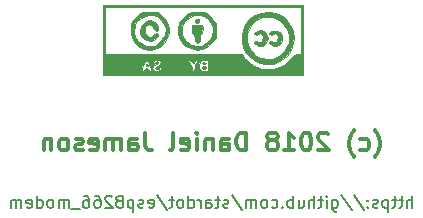
<source format=gbr>
G04 #@! TF.FileFunction,Legend,Bot*
%FSLAX46Y46*%
G04 Gerber Fmt 4.6, Leading zero omitted, Abs format (unit mm)*
G04 Created by KiCad (PCBNEW 4.0.7) date Wednesday, 25 July 2018 'PMt' 18:47:02*
%MOMM*%
%LPD*%
G01*
G04 APERTURE LIST*
%ADD10C,0.100000*%
%ADD11C,0.200000*%
%ADD12C,0.300000*%
%ADD13C,0.010000*%
G04 APERTURE END LIST*
D10*
D11*
X167598192Y-119578381D02*
X167598192Y-118578381D01*
X167169620Y-119578381D02*
X167169620Y-119054571D01*
X167217239Y-118959333D01*
X167312477Y-118911714D01*
X167455335Y-118911714D01*
X167550573Y-118959333D01*
X167598192Y-119006952D01*
X166836287Y-118911714D02*
X166455335Y-118911714D01*
X166693430Y-118578381D02*
X166693430Y-119435524D01*
X166645811Y-119530762D01*
X166550573Y-119578381D01*
X166455335Y-119578381D01*
X166264858Y-118911714D02*
X165883906Y-118911714D01*
X166122001Y-118578381D02*
X166122001Y-119435524D01*
X166074382Y-119530762D01*
X165979144Y-119578381D01*
X165883906Y-119578381D01*
X165550572Y-118911714D02*
X165550572Y-119911714D01*
X165550572Y-118959333D02*
X165455334Y-118911714D01*
X165264857Y-118911714D01*
X165169619Y-118959333D01*
X165122000Y-119006952D01*
X165074381Y-119102190D01*
X165074381Y-119387905D01*
X165122000Y-119483143D01*
X165169619Y-119530762D01*
X165264857Y-119578381D01*
X165455334Y-119578381D01*
X165550572Y-119530762D01*
X164693429Y-119530762D02*
X164598191Y-119578381D01*
X164407715Y-119578381D01*
X164312476Y-119530762D01*
X164264857Y-119435524D01*
X164264857Y-119387905D01*
X164312476Y-119292667D01*
X164407715Y-119245048D01*
X164550572Y-119245048D01*
X164645810Y-119197429D01*
X164693429Y-119102190D01*
X164693429Y-119054571D01*
X164645810Y-118959333D01*
X164550572Y-118911714D01*
X164407715Y-118911714D01*
X164312476Y-118959333D01*
X163836286Y-119483143D02*
X163788667Y-119530762D01*
X163836286Y-119578381D01*
X163883905Y-119530762D01*
X163836286Y-119483143D01*
X163836286Y-119578381D01*
X163836286Y-118959333D02*
X163788667Y-119006952D01*
X163836286Y-119054571D01*
X163883905Y-119006952D01*
X163836286Y-118959333D01*
X163836286Y-119054571D01*
X162645810Y-118530762D02*
X163502953Y-119816476D01*
X161598191Y-118530762D02*
X162455334Y-119816476D01*
X160836286Y-118911714D02*
X160836286Y-119721238D01*
X160883905Y-119816476D01*
X160931524Y-119864095D01*
X161026763Y-119911714D01*
X161169620Y-119911714D01*
X161264858Y-119864095D01*
X160836286Y-119530762D02*
X160931524Y-119578381D01*
X161122001Y-119578381D01*
X161217239Y-119530762D01*
X161264858Y-119483143D01*
X161312477Y-119387905D01*
X161312477Y-119102190D01*
X161264858Y-119006952D01*
X161217239Y-118959333D01*
X161122001Y-118911714D01*
X160931524Y-118911714D01*
X160836286Y-118959333D01*
X160360096Y-119578381D02*
X160360096Y-118911714D01*
X160360096Y-118578381D02*
X160407715Y-118626000D01*
X160360096Y-118673619D01*
X160312477Y-118626000D01*
X160360096Y-118578381D01*
X160360096Y-118673619D01*
X160026763Y-118911714D02*
X159645811Y-118911714D01*
X159883906Y-118578381D02*
X159883906Y-119435524D01*
X159836287Y-119530762D01*
X159741049Y-119578381D01*
X159645811Y-119578381D01*
X159312477Y-119578381D02*
X159312477Y-118578381D01*
X158883905Y-119578381D02*
X158883905Y-119054571D01*
X158931524Y-118959333D01*
X159026762Y-118911714D01*
X159169620Y-118911714D01*
X159264858Y-118959333D01*
X159312477Y-119006952D01*
X157979143Y-118911714D02*
X157979143Y-119578381D01*
X158407715Y-118911714D02*
X158407715Y-119435524D01*
X158360096Y-119530762D01*
X158264858Y-119578381D01*
X158122000Y-119578381D01*
X158026762Y-119530762D01*
X157979143Y-119483143D01*
X157502953Y-119578381D02*
X157502953Y-118578381D01*
X157502953Y-118959333D02*
X157407715Y-118911714D01*
X157217238Y-118911714D01*
X157122000Y-118959333D01*
X157074381Y-119006952D01*
X157026762Y-119102190D01*
X157026762Y-119387905D01*
X157074381Y-119483143D01*
X157122000Y-119530762D01*
X157217238Y-119578381D01*
X157407715Y-119578381D01*
X157502953Y-119530762D01*
X156598191Y-119483143D02*
X156550572Y-119530762D01*
X156598191Y-119578381D01*
X156645810Y-119530762D01*
X156598191Y-119483143D01*
X156598191Y-119578381D01*
X155693429Y-119530762D02*
X155788667Y-119578381D01*
X155979144Y-119578381D01*
X156074382Y-119530762D01*
X156122001Y-119483143D01*
X156169620Y-119387905D01*
X156169620Y-119102190D01*
X156122001Y-119006952D01*
X156074382Y-118959333D01*
X155979144Y-118911714D01*
X155788667Y-118911714D01*
X155693429Y-118959333D01*
X155122001Y-119578381D02*
X155217239Y-119530762D01*
X155264858Y-119483143D01*
X155312477Y-119387905D01*
X155312477Y-119102190D01*
X155264858Y-119006952D01*
X155217239Y-118959333D01*
X155122001Y-118911714D01*
X154979143Y-118911714D01*
X154883905Y-118959333D01*
X154836286Y-119006952D01*
X154788667Y-119102190D01*
X154788667Y-119387905D01*
X154836286Y-119483143D01*
X154883905Y-119530762D01*
X154979143Y-119578381D01*
X155122001Y-119578381D01*
X154360096Y-119578381D02*
X154360096Y-118911714D01*
X154360096Y-119006952D02*
X154312477Y-118959333D01*
X154217239Y-118911714D01*
X154074381Y-118911714D01*
X153979143Y-118959333D01*
X153931524Y-119054571D01*
X153931524Y-119578381D01*
X153931524Y-119054571D02*
X153883905Y-118959333D01*
X153788667Y-118911714D01*
X153645810Y-118911714D01*
X153550572Y-118959333D01*
X153502953Y-119054571D01*
X153502953Y-119578381D01*
X152312477Y-118530762D02*
X153169620Y-119816476D01*
X152026763Y-119530762D02*
X151931525Y-119578381D01*
X151741049Y-119578381D01*
X151645810Y-119530762D01*
X151598191Y-119435524D01*
X151598191Y-119387905D01*
X151645810Y-119292667D01*
X151741049Y-119245048D01*
X151883906Y-119245048D01*
X151979144Y-119197429D01*
X152026763Y-119102190D01*
X152026763Y-119054571D01*
X151979144Y-118959333D01*
X151883906Y-118911714D01*
X151741049Y-118911714D01*
X151645810Y-118959333D01*
X151312477Y-118911714D02*
X150931525Y-118911714D01*
X151169620Y-118578381D02*
X151169620Y-119435524D01*
X151122001Y-119530762D01*
X151026763Y-119578381D01*
X150931525Y-119578381D01*
X150169619Y-119578381D02*
X150169619Y-119054571D01*
X150217238Y-118959333D01*
X150312476Y-118911714D01*
X150502953Y-118911714D01*
X150598191Y-118959333D01*
X150169619Y-119530762D02*
X150264857Y-119578381D01*
X150502953Y-119578381D01*
X150598191Y-119530762D01*
X150645810Y-119435524D01*
X150645810Y-119340286D01*
X150598191Y-119245048D01*
X150502953Y-119197429D01*
X150264857Y-119197429D01*
X150169619Y-119149810D01*
X149693429Y-119578381D02*
X149693429Y-118911714D01*
X149693429Y-119102190D02*
X149645810Y-119006952D01*
X149598191Y-118959333D01*
X149502953Y-118911714D01*
X149407714Y-118911714D01*
X148645809Y-119578381D02*
X148645809Y-118578381D01*
X148645809Y-119530762D02*
X148741047Y-119578381D01*
X148931524Y-119578381D01*
X149026762Y-119530762D01*
X149074381Y-119483143D01*
X149122000Y-119387905D01*
X149122000Y-119102190D01*
X149074381Y-119006952D01*
X149026762Y-118959333D01*
X148931524Y-118911714D01*
X148741047Y-118911714D01*
X148645809Y-118959333D01*
X148026762Y-119578381D02*
X148122000Y-119530762D01*
X148169619Y-119483143D01*
X148217238Y-119387905D01*
X148217238Y-119102190D01*
X148169619Y-119006952D01*
X148122000Y-118959333D01*
X148026762Y-118911714D01*
X147883904Y-118911714D01*
X147788666Y-118959333D01*
X147741047Y-119006952D01*
X147693428Y-119102190D01*
X147693428Y-119387905D01*
X147741047Y-119483143D01*
X147788666Y-119530762D01*
X147883904Y-119578381D01*
X148026762Y-119578381D01*
X147407714Y-118911714D02*
X147026762Y-118911714D01*
X147264857Y-118578381D02*
X147264857Y-119435524D01*
X147217238Y-119530762D01*
X147122000Y-119578381D01*
X147026762Y-119578381D01*
X145979142Y-118530762D02*
X146836285Y-119816476D01*
X145264856Y-119530762D02*
X145360094Y-119578381D01*
X145550571Y-119578381D01*
X145645809Y-119530762D01*
X145693428Y-119435524D01*
X145693428Y-119054571D01*
X145645809Y-118959333D01*
X145550571Y-118911714D01*
X145360094Y-118911714D01*
X145264856Y-118959333D01*
X145217237Y-119054571D01*
X145217237Y-119149810D01*
X145693428Y-119245048D01*
X144836285Y-119530762D02*
X144741047Y-119578381D01*
X144550571Y-119578381D01*
X144455332Y-119530762D01*
X144407713Y-119435524D01*
X144407713Y-119387905D01*
X144455332Y-119292667D01*
X144550571Y-119245048D01*
X144693428Y-119245048D01*
X144788666Y-119197429D01*
X144836285Y-119102190D01*
X144836285Y-119054571D01*
X144788666Y-118959333D01*
X144693428Y-118911714D01*
X144550571Y-118911714D01*
X144455332Y-118959333D01*
X143979142Y-118911714D02*
X143979142Y-119911714D01*
X143979142Y-118959333D02*
X143883904Y-118911714D01*
X143693427Y-118911714D01*
X143598189Y-118959333D01*
X143550570Y-119006952D01*
X143502951Y-119102190D01*
X143502951Y-119387905D01*
X143550570Y-119483143D01*
X143598189Y-119530762D01*
X143693427Y-119578381D01*
X143883904Y-119578381D01*
X143979142Y-119530762D01*
X142931523Y-119006952D02*
X143026761Y-118959333D01*
X143074380Y-118911714D01*
X143121999Y-118816476D01*
X143121999Y-118768857D01*
X143074380Y-118673619D01*
X143026761Y-118626000D01*
X142931523Y-118578381D01*
X142741046Y-118578381D01*
X142645808Y-118626000D01*
X142598189Y-118673619D01*
X142550570Y-118768857D01*
X142550570Y-118816476D01*
X142598189Y-118911714D01*
X142645808Y-118959333D01*
X142741046Y-119006952D01*
X142931523Y-119006952D01*
X143026761Y-119054571D01*
X143074380Y-119102190D01*
X143121999Y-119197429D01*
X143121999Y-119387905D01*
X143074380Y-119483143D01*
X143026761Y-119530762D01*
X142931523Y-119578381D01*
X142741046Y-119578381D01*
X142645808Y-119530762D01*
X142598189Y-119483143D01*
X142550570Y-119387905D01*
X142550570Y-119197429D01*
X142598189Y-119102190D01*
X142645808Y-119054571D01*
X142741046Y-119006952D01*
X142169618Y-118673619D02*
X142121999Y-118626000D01*
X142026761Y-118578381D01*
X141788665Y-118578381D01*
X141693427Y-118626000D01*
X141645808Y-118673619D01*
X141598189Y-118768857D01*
X141598189Y-118864095D01*
X141645808Y-119006952D01*
X142217237Y-119578381D01*
X141598189Y-119578381D01*
X140741046Y-118578381D02*
X140931523Y-118578381D01*
X141026761Y-118626000D01*
X141074380Y-118673619D01*
X141169618Y-118816476D01*
X141217237Y-119006952D01*
X141217237Y-119387905D01*
X141169618Y-119483143D01*
X141121999Y-119530762D01*
X141026761Y-119578381D01*
X140836284Y-119578381D01*
X140741046Y-119530762D01*
X140693427Y-119483143D01*
X140645808Y-119387905D01*
X140645808Y-119149810D01*
X140693427Y-119054571D01*
X140741046Y-119006952D01*
X140836284Y-118959333D01*
X141026761Y-118959333D01*
X141121999Y-119006952D01*
X141169618Y-119054571D01*
X141217237Y-119149810D01*
X139788665Y-118578381D02*
X139979142Y-118578381D01*
X140074380Y-118626000D01*
X140121999Y-118673619D01*
X140217237Y-118816476D01*
X140264856Y-119006952D01*
X140264856Y-119387905D01*
X140217237Y-119483143D01*
X140169618Y-119530762D01*
X140074380Y-119578381D01*
X139883903Y-119578381D01*
X139788665Y-119530762D01*
X139741046Y-119483143D01*
X139693427Y-119387905D01*
X139693427Y-119149810D01*
X139741046Y-119054571D01*
X139788665Y-119006952D01*
X139883903Y-118959333D01*
X140074380Y-118959333D01*
X140169618Y-119006952D01*
X140217237Y-119054571D01*
X140264856Y-119149810D01*
X139502951Y-119673619D02*
X138741046Y-119673619D01*
X138502951Y-119578381D02*
X138502951Y-118911714D01*
X138502951Y-119006952D02*
X138455332Y-118959333D01*
X138360094Y-118911714D01*
X138217236Y-118911714D01*
X138121998Y-118959333D01*
X138074379Y-119054571D01*
X138074379Y-119578381D01*
X138074379Y-119054571D02*
X138026760Y-118959333D01*
X137931522Y-118911714D01*
X137788665Y-118911714D01*
X137693427Y-118959333D01*
X137645808Y-119054571D01*
X137645808Y-119578381D01*
X137026761Y-119578381D02*
X137121999Y-119530762D01*
X137169618Y-119483143D01*
X137217237Y-119387905D01*
X137217237Y-119102190D01*
X137169618Y-119006952D01*
X137121999Y-118959333D01*
X137026761Y-118911714D01*
X136883903Y-118911714D01*
X136788665Y-118959333D01*
X136741046Y-119006952D01*
X136693427Y-119102190D01*
X136693427Y-119387905D01*
X136741046Y-119483143D01*
X136788665Y-119530762D01*
X136883903Y-119578381D01*
X137026761Y-119578381D01*
X135836284Y-119578381D02*
X135836284Y-118578381D01*
X135836284Y-119530762D02*
X135931522Y-119578381D01*
X136121999Y-119578381D01*
X136217237Y-119530762D01*
X136264856Y-119483143D01*
X136312475Y-119387905D01*
X136312475Y-119102190D01*
X136264856Y-119006952D01*
X136217237Y-118959333D01*
X136121999Y-118911714D01*
X135931522Y-118911714D01*
X135836284Y-118959333D01*
X134979141Y-119530762D02*
X135074379Y-119578381D01*
X135264856Y-119578381D01*
X135360094Y-119530762D01*
X135407713Y-119435524D01*
X135407713Y-119054571D01*
X135360094Y-118959333D01*
X135264856Y-118911714D01*
X135074379Y-118911714D01*
X134979141Y-118959333D01*
X134931522Y-119054571D01*
X134931522Y-119149810D01*
X135407713Y-119245048D01*
X134502951Y-119578381D02*
X134502951Y-118911714D01*
X134502951Y-119006952D02*
X134455332Y-118959333D01*
X134360094Y-118911714D01*
X134217236Y-118911714D01*
X134121998Y-118959333D01*
X134074379Y-119054571D01*
X134074379Y-119578381D01*
X134074379Y-119054571D02*
X134026760Y-118959333D01*
X133931522Y-118911714D01*
X133788665Y-118911714D01*
X133693427Y-118959333D01*
X133645808Y-119054571D01*
X133645808Y-119578381D01*
D12*
X164407713Y-115296000D02*
X164479141Y-115224571D01*
X164621998Y-115010286D01*
X164693427Y-114867429D01*
X164764856Y-114653143D01*
X164836284Y-114296000D01*
X164836284Y-114010286D01*
X164764856Y-113653143D01*
X164693427Y-113438857D01*
X164621998Y-113296000D01*
X164479141Y-113081714D01*
X164407713Y-113010286D01*
X163193427Y-114653143D02*
X163336284Y-114724571D01*
X163621998Y-114724571D01*
X163764856Y-114653143D01*
X163836284Y-114581714D01*
X163907713Y-114438857D01*
X163907713Y-114010286D01*
X163836284Y-113867429D01*
X163764856Y-113796000D01*
X163621998Y-113724571D01*
X163336284Y-113724571D01*
X163193427Y-113796000D01*
X162693427Y-115296000D02*
X162621999Y-115224571D01*
X162479142Y-115010286D01*
X162407713Y-114867429D01*
X162336284Y-114653143D01*
X162264856Y-114296000D01*
X162264856Y-114010286D01*
X162336284Y-113653143D01*
X162407713Y-113438857D01*
X162479142Y-113296000D01*
X162621999Y-113081714D01*
X162693427Y-113010286D01*
X160479142Y-113367429D02*
X160407713Y-113296000D01*
X160264856Y-113224571D01*
X159907713Y-113224571D01*
X159764856Y-113296000D01*
X159693427Y-113367429D01*
X159621999Y-113510286D01*
X159621999Y-113653143D01*
X159693427Y-113867429D01*
X160550570Y-114724571D01*
X159621999Y-114724571D01*
X158693428Y-113224571D02*
X158550571Y-113224571D01*
X158407714Y-113296000D01*
X158336285Y-113367429D01*
X158264856Y-113510286D01*
X158193428Y-113796000D01*
X158193428Y-114153143D01*
X158264856Y-114438857D01*
X158336285Y-114581714D01*
X158407714Y-114653143D01*
X158550571Y-114724571D01*
X158693428Y-114724571D01*
X158836285Y-114653143D01*
X158907714Y-114581714D01*
X158979142Y-114438857D01*
X159050571Y-114153143D01*
X159050571Y-113796000D01*
X158979142Y-113510286D01*
X158907714Y-113367429D01*
X158836285Y-113296000D01*
X158693428Y-113224571D01*
X156764857Y-114724571D02*
X157622000Y-114724571D01*
X157193428Y-114724571D02*
X157193428Y-113224571D01*
X157336285Y-113438857D01*
X157479143Y-113581714D01*
X157622000Y-113653143D01*
X155907714Y-113867429D02*
X156050572Y-113796000D01*
X156122000Y-113724571D01*
X156193429Y-113581714D01*
X156193429Y-113510286D01*
X156122000Y-113367429D01*
X156050572Y-113296000D01*
X155907714Y-113224571D01*
X155622000Y-113224571D01*
X155479143Y-113296000D01*
X155407714Y-113367429D01*
X155336286Y-113510286D01*
X155336286Y-113581714D01*
X155407714Y-113724571D01*
X155479143Y-113796000D01*
X155622000Y-113867429D01*
X155907714Y-113867429D01*
X156050572Y-113938857D01*
X156122000Y-114010286D01*
X156193429Y-114153143D01*
X156193429Y-114438857D01*
X156122000Y-114581714D01*
X156050572Y-114653143D01*
X155907714Y-114724571D01*
X155622000Y-114724571D01*
X155479143Y-114653143D01*
X155407714Y-114581714D01*
X155336286Y-114438857D01*
X155336286Y-114153143D01*
X155407714Y-114010286D01*
X155479143Y-113938857D01*
X155622000Y-113867429D01*
X153550572Y-114724571D02*
X153550572Y-113224571D01*
X153193429Y-113224571D01*
X152979144Y-113296000D01*
X152836286Y-113438857D01*
X152764858Y-113581714D01*
X152693429Y-113867429D01*
X152693429Y-114081714D01*
X152764858Y-114367429D01*
X152836286Y-114510286D01*
X152979144Y-114653143D01*
X153193429Y-114724571D01*
X153550572Y-114724571D01*
X151407715Y-114724571D02*
X151407715Y-113938857D01*
X151479144Y-113796000D01*
X151622001Y-113724571D01*
X151907715Y-113724571D01*
X152050572Y-113796000D01*
X151407715Y-114653143D02*
X151550572Y-114724571D01*
X151907715Y-114724571D01*
X152050572Y-114653143D01*
X152122001Y-114510286D01*
X152122001Y-114367429D01*
X152050572Y-114224571D01*
X151907715Y-114153143D01*
X151550572Y-114153143D01*
X151407715Y-114081714D01*
X150693429Y-113724571D02*
X150693429Y-114724571D01*
X150693429Y-113867429D02*
X150622001Y-113796000D01*
X150479143Y-113724571D01*
X150264858Y-113724571D01*
X150122001Y-113796000D01*
X150050572Y-113938857D01*
X150050572Y-114724571D01*
X149336286Y-114724571D02*
X149336286Y-113724571D01*
X149336286Y-113224571D02*
X149407715Y-113296000D01*
X149336286Y-113367429D01*
X149264858Y-113296000D01*
X149336286Y-113224571D01*
X149336286Y-113367429D01*
X148050572Y-114653143D02*
X148193429Y-114724571D01*
X148479143Y-114724571D01*
X148622000Y-114653143D01*
X148693429Y-114510286D01*
X148693429Y-113938857D01*
X148622000Y-113796000D01*
X148479143Y-113724571D01*
X148193429Y-113724571D01*
X148050572Y-113796000D01*
X147979143Y-113938857D01*
X147979143Y-114081714D01*
X148693429Y-114224571D01*
X147122000Y-114724571D02*
X147264858Y-114653143D01*
X147336286Y-114510286D01*
X147336286Y-113224571D01*
X144979144Y-113224571D02*
X144979144Y-114296000D01*
X145050572Y-114510286D01*
X145193429Y-114653143D01*
X145407715Y-114724571D01*
X145550572Y-114724571D01*
X143622001Y-114724571D02*
X143622001Y-113938857D01*
X143693430Y-113796000D01*
X143836287Y-113724571D01*
X144122001Y-113724571D01*
X144264858Y-113796000D01*
X143622001Y-114653143D02*
X143764858Y-114724571D01*
X144122001Y-114724571D01*
X144264858Y-114653143D01*
X144336287Y-114510286D01*
X144336287Y-114367429D01*
X144264858Y-114224571D01*
X144122001Y-114153143D01*
X143764858Y-114153143D01*
X143622001Y-114081714D01*
X142907715Y-114724571D02*
X142907715Y-113724571D01*
X142907715Y-113867429D02*
X142836287Y-113796000D01*
X142693429Y-113724571D01*
X142479144Y-113724571D01*
X142336287Y-113796000D01*
X142264858Y-113938857D01*
X142264858Y-114724571D01*
X142264858Y-113938857D02*
X142193429Y-113796000D01*
X142050572Y-113724571D01*
X141836287Y-113724571D01*
X141693429Y-113796000D01*
X141622001Y-113938857D01*
X141622001Y-114724571D01*
X140336287Y-114653143D02*
X140479144Y-114724571D01*
X140764858Y-114724571D01*
X140907715Y-114653143D01*
X140979144Y-114510286D01*
X140979144Y-113938857D01*
X140907715Y-113796000D01*
X140764858Y-113724571D01*
X140479144Y-113724571D01*
X140336287Y-113796000D01*
X140264858Y-113938857D01*
X140264858Y-114081714D01*
X140979144Y-114224571D01*
X139693430Y-114653143D02*
X139550573Y-114724571D01*
X139264858Y-114724571D01*
X139122001Y-114653143D01*
X139050573Y-114510286D01*
X139050573Y-114438857D01*
X139122001Y-114296000D01*
X139264858Y-114224571D01*
X139479144Y-114224571D01*
X139622001Y-114153143D01*
X139693430Y-114010286D01*
X139693430Y-113938857D01*
X139622001Y-113796000D01*
X139479144Y-113724571D01*
X139264858Y-113724571D01*
X139122001Y-113796000D01*
X138193429Y-114724571D02*
X138336287Y-114653143D01*
X138407715Y-114581714D01*
X138479144Y-114438857D01*
X138479144Y-114010286D01*
X138407715Y-113867429D01*
X138336287Y-113796000D01*
X138193429Y-113724571D01*
X137979144Y-113724571D01*
X137836287Y-113796000D01*
X137764858Y-113867429D01*
X137693429Y-114010286D01*
X137693429Y-114438857D01*
X137764858Y-114581714D01*
X137836287Y-114653143D01*
X137979144Y-114724571D01*
X138193429Y-114724571D01*
X137050572Y-113724571D02*
X137050572Y-114724571D01*
X137050572Y-113867429D02*
X136979144Y-113796000D01*
X136836286Y-113724571D01*
X136622001Y-113724571D01*
X136479144Y-113796000D01*
X136407715Y-113938857D01*
X136407715Y-114724571D01*
D13*
G36*
X141393333Y-108373333D02*
X158326666Y-108373333D01*
X158326666Y-102616000D01*
X158157333Y-102616000D01*
X158157333Y-106595333D01*
X157875170Y-106595333D01*
X157673537Y-106624489D01*
X157500107Y-106735339D01*
X157318471Y-106936956D01*
X156884628Y-107373528D01*
X156394615Y-107661912D01*
X155827244Y-107811213D01*
X155230646Y-107834094D01*
X154820532Y-107795915D01*
X154490854Y-107708080D01*
X154180829Y-107562368D01*
X153858330Y-107345396D01*
X153593260Y-107103333D01*
X150283333Y-107103333D01*
X150283333Y-108034667D01*
X149997367Y-108034667D01*
X149775459Y-108004768D01*
X149626774Y-107932255D01*
X149621860Y-107926777D01*
X149575104Y-107776132D01*
X149572486Y-107533657D01*
X149580308Y-107461110D01*
X149619162Y-107236852D01*
X149688036Y-107133753D01*
X149784340Y-107114919D01*
X149362579Y-107114919D01*
X149358241Y-107244365D01*
X149311841Y-107353129D01*
X149220529Y-107576638D01*
X149182666Y-107762351D01*
X149155731Y-107925033D01*
X149126222Y-107978222D01*
X149009169Y-108033031D01*
X148940235Y-107934908D01*
X148928666Y-107814903D01*
X148917172Y-107763136D01*
X146358463Y-107763136D01*
X146286260Y-107870600D01*
X146266958Y-107890280D01*
X146040066Y-108020191D01*
X145854221Y-107999651D01*
X145498474Y-107999651D01*
X145422760Y-108033410D01*
X145329518Y-107933319D01*
X145318618Y-107907667D01*
X145203295Y-107801162D01*
X145106951Y-107780667D01*
X144948044Y-107838700D01*
X144895284Y-107907667D01*
X144809801Y-108018585D01*
X144722930Y-108015414D01*
X144695333Y-107931664D01*
X144729305Y-107745999D01*
X144813602Y-107515092D01*
X144921800Y-107294874D01*
X145027472Y-107141276D01*
X145086700Y-107103333D01*
X145197592Y-107183068D01*
X145327345Y-107408079D01*
X145464331Y-107757076D01*
X145495289Y-107851541D01*
X145498474Y-107999651D01*
X145854221Y-107999651D01*
X145804058Y-107994107D01*
X145678645Y-107905216D01*
X145588540Y-107734732D01*
X145661611Y-107579116D01*
X145891715Y-107450900D01*
X145903277Y-107446805D01*
X146072784Y-107369180D01*
X146096280Y-107293634D01*
X146065822Y-107254622D01*
X145950578Y-107198196D01*
X145863733Y-107255733D01*
X145723395Y-107349221D01*
X145636867Y-107321423D01*
X145626666Y-107270851D01*
X145695283Y-107175679D01*
X145835826Y-107089070D01*
X146029808Y-107037089D01*
X146174493Y-107101252D01*
X146296686Y-107280088D01*
X146261321Y-107454350D01*
X146077308Y-107588441D01*
X146050000Y-107598646D01*
X145873901Y-107685066D01*
X145796190Y-107772742D01*
X145796000Y-107776262D01*
X145860383Y-107849135D01*
X145997244Y-107860303D01*
X146122156Y-107811727D01*
X146153011Y-107767967D01*
X146246441Y-107701595D01*
X146298406Y-107708246D01*
X146358463Y-107763136D01*
X148917172Y-107763136D01*
X148879541Y-107593659D01*
X148760611Y-107359305D01*
X148753568Y-107349237D01*
X148649207Y-107184392D01*
X148649761Y-107114079D01*
X148707027Y-107103333D01*
X148853064Y-107169032D01*
X148924397Y-107251500D01*
X149001775Y-107353427D01*
X149075022Y-107317207D01*
X149128438Y-107251500D01*
X149276106Y-107111827D01*
X149362579Y-107114919D01*
X149784340Y-107114919D01*
X149836322Y-107104753D01*
X149955814Y-107103333D01*
X150283333Y-107103333D01*
X153593260Y-107103333D01*
X153568017Y-107080281D01*
X153466849Y-106959294D01*
X153204333Y-106601937D01*
X147383500Y-106598635D01*
X141562666Y-106595333D01*
X141562666Y-102616000D01*
X158157333Y-102616000D01*
X158326666Y-102616000D01*
X158326666Y-102446667D01*
X141393333Y-102446667D01*
X141393333Y-108373333D01*
X141393333Y-108373333D01*
G37*
X141393333Y-108373333D02*
X158326666Y-108373333D01*
X158326666Y-102616000D01*
X158157333Y-102616000D01*
X158157333Y-106595333D01*
X157875170Y-106595333D01*
X157673537Y-106624489D01*
X157500107Y-106735339D01*
X157318471Y-106936956D01*
X156884628Y-107373528D01*
X156394615Y-107661912D01*
X155827244Y-107811213D01*
X155230646Y-107834094D01*
X154820532Y-107795915D01*
X154490854Y-107708080D01*
X154180829Y-107562368D01*
X153858330Y-107345396D01*
X153593260Y-107103333D01*
X150283333Y-107103333D01*
X150283333Y-108034667D01*
X149997367Y-108034667D01*
X149775459Y-108004768D01*
X149626774Y-107932255D01*
X149621860Y-107926777D01*
X149575104Y-107776132D01*
X149572486Y-107533657D01*
X149580308Y-107461110D01*
X149619162Y-107236852D01*
X149688036Y-107133753D01*
X149784340Y-107114919D01*
X149362579Y-107114919D01*
X149358241Y-107244365D01*
X149311841Y-107353129D01*
X149220529Y-107576638D01*
X149182666Y-107762351D01*
X149155731Y-107925033D01*
X149126222Y-107978222D01*
X149009169Y-108033031D01*
X148940235Y-107934908D01*
X148928666Y-107814903D01*
X148917172Y-107763136D01*
X146358463Y-107763136D01*
X146286260Y-107870600D01*
X146266958Y-107890280D01*
X146040066Y-108020191D01*
X145854221Y-107999651D01*
X145498474Y-107999651D01*
X145422760Y-108033410D01*
X145329518Y-107933319D01*
X145318618Y-107907667D01*
X145203295Y-107801162D01*
X145106951Y-107780667D01*
X144948044Y-107838700D01*
X144895284Y-107907667D01*
X144809801Y-108018585D01*
X144722930Y-108015414D01*
X144695333Y-107931664D01*
X144729305Y-107745999D01*
X144813602Y-107515092D01*
X144921800Y-107294874D01*
X145027472Y-107141276D01*
X145086700Y-107103333D01*
X145197592Y-107183068D01*
X145327345Y-107408079D01*
X145464331Y-107757076D01*
X145495289Y-107851541D01*
X145498474Y-107999651D01*
X145854221Y-107999651D01*
X145804058Y-107994107D01*
X145678645Y-107905216D01*
X145588540Y-107734732D01*
X145661611Y-107579116D01*
X145891715Y-107450900D01*
X145903277Y-107446805D01*
X146072784Y-107369180D01*
X146096280Y-107293634D01*
X146065822Y-107254622D01*
X145950578Y-107198196D01*
X145863733Y-107255733D01*
X145723395Y-107349221D01*
X145636867Y-107321423D01*
X145626666Y-107270851D01*
X145695283Y-107175679D01*
X145835826Y-107089070D01*
X146029808Y-107037089D01*
X146174493Y-107101252D01*
X146296686Y-107280088D01*
X146261321Y-107454350D01*
X146077308Y-107588441D01*
X146050000Y-107598646D01*
X145873901Y-107685066D01*
X145796190Y-107772742D01*
X145796000Y-107776262D01*
X145860383Y-107849135D01*
X145997244Y-107860303D01*
X146122156Y-107811727D01*
X146153011Y-107767967D01*
X146246441Y-107701595D01*
X146298406Y-107708246D01*
X146358463Y-107763136D01*
X148917172Y-107763136D01*
X148879541Y-107593659D01*
X148760611Y-107359305D01*
X148753568Y-107349237D01*
X148649207Y-107184392D01*
X148649761Y-107114079D01*
X148707027Y-107103333D01*
X148853064Y-107169032D01*
X148924397Y-107251500D01*
X149001775Y-107353427D01*
X149075022Y-107317207D01*
X149128438Y-107251500D01*
X149276106Y-107111827D01*
X149362579Y-107114919D01*
X149784340Y-107114919D01*
X149836322Y-107104753D01*
X149955814Y-107103333D01*
X150283333Y-107103333D01*
X153593260Y-107103333D01*
X153568017Y-107080281D01*
X153466849Y-106959294D01*
X153204333Y-106601937D01*
X147383500Y-106598635D01*
X141562666Y-106595333D01*
X141562666Y-102616000D01*
X158157333Y-102616000D01*
X158326666Y-102616000D01*
X158326666Y-102446667D01*
X141393333Y-102446667D01*
X141393333Y-108373333D01*
G36*
X149806762Y-107664273D02*
X149775333Y-107738333D01*
X149838228Y-107844942D01*
X149971951Y-107858953D01*
X150057555Y-107808889D01*
X150111799Y-107688062D01*
X150016282Y-107617924D01*
X149944666Y-107611333D01*
X149806762Y-107664273D01*
X149806762Y-107664273D01*
G37*
X149806762Y-107664273D02*
X149775333Y-107738333D01*
X149838228Y-107844942D01*
X149971951Y-107858953D01*
X150057555Y-107808889D01*
X150111799Y-107688062D01*
X150016282Y-107617924D01*
X149944666Y-107611333D01*
X149806762Y-107664273D01*
G36*
X149807086Y-107308123D02*
X149775333Y-107357333D01*
X149846246Y-107426123D01*
X149944666Y-107442000D01*
X150082247Y-107406544D01*
X150114000Y-107357333D01*
X150043087Y-107288543D01*
X149944666Y-107272667D01*
X149807086Y-107308123D01*
X149807086Y-107308123D01*
G37*
X149807086Y-107308123D02*
X149775333Y-107357333D01*
X149846246Y-107426123D01*
X149944666Y-107442000D01*
X150082247Y-107406544D01*
X150114000Y-107357333D01*
X150043087Y-107288543D01*
X149944666Y-107272667D01*
X149807086Y-107308123D01*
G36*
X145046183Y-107418860D02*
X145034000Y-107479336D01*
X145078204Y-107595179D01*
X145118666Y-107611333D01*
X145200910Y-107550566D01*
X145203333Y-107531663D01*
X145141789Y-107416996D01*
X145118666Y-107399667D01*
X145046183Y-107418860D01*
X145046183Y-107418860D01*
G37*
X145046183Y-107418860D02*
X145034000Y-107479336D01*
X145078204Y-107595179D01*
X145118666Y-107611333D01*
X145200910Y-107550566D01*
X145203333Y-107531663D01*
X145141789Y-107416996D01*
X145118666Y-107399667D01*
X145046183Y-107418860D01*
G36*
X154801334Y-103094201D02*
X154254427Y-103304342D01*
X153802758Y-103640178D01*
X153461821Y-104087846D01*
X153247112Y-104633484D01*
X153182737Y-105032177D01*
X153209250Y-105651831D01*
X153390774Y-106205487D01*
X153723666Y-106686334D01*
X154204282Y-107087559D01*
X154319982Y-107158923D01*
X154669611Y-107303657D01*
X155097150Y-107395442D01*
X155531526Y-107425199D01*
X155901664Y-107383850D01*
X155956548Y-107367969D01*
X156522661Y-107100726D01*
X156980525Y-106716095D01*
X157315366Y-106234054D01*
X157512412Y-105674580D01*
X157560948Y-105198333D01*
X157559813Y-105189448D01*
X157141333Y-105189448D01*
X157118323Y-105597493D01*
X157032020Y-105911236D01*
X156856516Y-106201534D01*
X156703231Y-106387552D01*
X156294772Y-106736868D01*
X155820794Y-106948740D01*
X155314576Y-107014852D01*
X154809398Y-106926883D01*
X154704447Y-106887175D01*
X154256298Y-106620255D01*
X153920948Y-106259526D01*
X153700040Y-105833429D01*
X153595217Y-105370407D01*
X153608118Y-104898905D01*
X153740387Y-104447363D01*
X153993666Y-104044226D01*
X154369595Y-103717936D01*
X154516666Y-103634093D01*
X154994092Y-103450288D01*
X155449364Y-103409566D01*
X155777645Y-103460502D01*
X156279731Y-103662043D01*
X156683915Y-103989256D01*
X156971189Y-104418039D01*
X157122543Y-104924293D01*
X157141333Y-105189448D01*
X157559813Y-105189448D01*
X157484292Y-104598716D01*
X157266576Y-104069036D01*
X156926173Y-103628028D01*
X156481458Y-103294426D01*
X155950805Y-103086962D01*
X155427980Y-103023617D01*
X154801334Y-103094201D01*
X154801334Y-103094201D01*
G37*
X154801334Y-103094201D02*
X154254427Y-103304342D01*
X153802758Y-103640178D01*
X153461821Y-104087846D01*
X153247112Y-104633484D01*
X153182737Y-105032177D01*
X153209250Y-105651831D01*
X153390774Y-106205487D01*
X153723666Y-106686334D01*
X154204282Y-107087559D01*
X154319982Y-107158923D01*
X154669611Y-107303657D01*
X155097150Y-107395442D01*
X155531526Y-107425199D01*
X155901664Y-107383850D01*
X155956548Y-107367969D01*
X156522661Y-107100726D01*
X156980525Y-106716095D01*
X157315366Y-106234054D01*
X157512412Y-105674580D01*
X157560948Y-105198333D01*
X157559813Y-105189448D01*
X157141333Y-105189448D01*
X157118323Y-105597493D01*
X157032020Y-105911236D01*
X156856516Y-106201534D01*
X156703231Y-106387552D01*
X156294772Y-106736868D01*
X155820794Y-106948740D01*
X155314576Y-107014852D01*
X154809398Y-106926883D01*
X154704447Y-106887175D01*
X154256298Y-106620255D01*
X153920948Y-106259526D01*
X153700040Y-105833429D01*
X153595217Y-105370407D01*
X153608118Y-104898905D01*
X153740387Y-104447363D01*
X153993666Y-104044226D01*
X154369595Y-103717936D01*
X154516666Y-103634093D01*
X154994092Y-103450288D01*
X155449364Y-103409566D01*
X155777645Y-103460502D01*
X156279731Y-103662043D01*
X156683915Y-103989256D01*
X156971189Y-104418039D01*
X157122543Y-104924293D01*
X157141333Y-105189448D01*
X157559813Y-105189448D01*
X157484292Y-104598716D01*
X157266576Y-104069036D01*
X156926173Y-103628028D01*
X156481458Y-103294426D01*
X155950805Y-103086962D01*
X155427980Y-103023617D01*
X154801334Y-103094201D01*
G36*
X148959331Y-102999482D02*
X148523590Y-103166639D01*
X148157960Y-103481279D01*
X148019664Y-103660864D01*
X147886193Y-103881854D01*
X147815002Y-104098682D01*
X147788115Y-104380683D01*
X147785666Y-104563333D01*
X147797559Y-104903264D01*
X147845060Y-105143769D01*
X147945900Y-105353810D01*
X148016577Y-105461348D01*
X148382124Y-105850596D01*
X148830645Y-106097458D01*
X149341194Y-106193245D01*
X149717317Y-106166944D01*
X150072906Y-106053181D01*
X150404503Y-105824368D01*
X150743778Y-105460560D01*
X150885192Y-105267076D01*
X150963266Y-105087140D01*
X150996309Y-104857340D01*
X151002679Y-104564001D01*
X151002663Y-104563333D01*
X150706666Y-104563333D01*
X150632856Y-105010058D01*
X150430570Y-105387121D01*
X150128527Y-105674789D01*
X149755448Y-105853330D01*
X149340051Y-105903009D01*
X148911055Y-105804093D01*
X148904780Y-105801427D01*
X148667114Y-105660988D01*
X148424166Y-105461195D01*
X148378333Y-105414868D01*
X148241462Y-105253179D01*
X148164998Y-105096940D01*
X148131702Y-104888298D01*
X148124334Y-104569399D01*
X148124333Y-104562476D01*
X148130369Y-104245617D01*
X148161573Y-104038813D01*
X148237587Y-103882873D01*
X148378056Y-103718609D01*
X148418263Y-103676813D01*
X148790292Y-103394859D01*
X149194095Y-103256865D01*
X149601110Y-103251766D01*
X149982776Y-103368496D01*
X150310530Y-103595990D01*
X150555810Y-103923185D01*
X150690053Y-104339014D01*
X150706666Y-104563333D01*
X151002663Y-104563333D01*
X150994504Y-104238256D01*
X150957349Y-104018089D01*
X150872939Y-103840084D01*
X150744099Y-103666775D01*
X150449952Y-103338821D01*
X150177083Y-103133142D01*
X149871937Y-103020113D01*
X149485193Y-102970377D01*
X148959331Y-102999482D01*
X148959331Y-102999482D01*
G37*
X148959331Y-102999482D02*
X148523590Y-103166639D01*
X148157960Y-103481279D01*
X148019664Y-103660864D01*
X147886193Y-103881854D01*
X147815002Y-104098682D01*
X147788115Y-104380683D01*
X147785666Y-104563333D01*
X147797559Y-104903264D01*
X147845060Y-105143769D01*
X147945900Y-105353810D01*
X148016577Y-105461348D01*
X148382124Y-105850596D01*
X148830645Y-106097458D01*
X149341194Y-106193245D01*
X149717317Y-106166944D01*
X150072906Y-106053181D01*
X150404503Y-105824368D01*
X150743778Y-105460560D01*
X150885192Y-105267076D01*
X150963266Y-105087140D01*
X150996309Y-104857340D01*
X151002679Y-104564001D01*
X151002663Y-104563333D01*
X150706666Y-104563333D01*
X150632856Y-105010058D01*
X150430570Y-105387121D01*
X150128527Y-105674789D01*
X149755448Y-105853330D01*
X149340051Y-105903009D01*
X148911055Y-105804093D01*
X148904780Y-105801427D01*
X148667114Y-105660988D01*
X148424166Y-105461195D01*
X148378333Y-105414868D01*
X148241462Y-105253179D01*
X148164998Y-105096940D01*
X148131702Y-104888298D01*
X148124334Y-104569399D01*
X148124333Y-104562476D01*
X148130369Y-104245617D01*
X148161573Y-104038813D01*
X148237587Y-103882873D01*
X148378056Y-103718609D01*
X148418263Y-103676813D01*
X148790292Y-103394859D01*
X149194095Y-103256865D01*
X149601110Y-103251766D01*
X149982776Y-103368496D01*
X150310530Y-103595990D01*
X150555810Y-103923185D01*
X150690053Y-104339014D01*
X150706666Y-104563333D01*
X151002663Y-104563333D01*
X150994504Y-104238256D01*
X150957349Y-104018089D01*
X150872939Y-103840084D01*
X150744099Y-103666775D01*
X150449952Y-103338821D01*
X150177083Y-103133142D01*
X149871937Y-103020113D01*
X149485193Y-102970377D01*
X148959331Y-102999482D01*
G36*
X145031125Y-103003521D02*
X144796283Y-103032238D01*
X144619150Y-103096880D01*
X144444020Y-103211178D01*
X144411834Y-103235471D01*
X144097579Y-103516303D01*
X143903579Y-103810016D01*
X143788885Y-104181334D01*
X143777883Y-104237510D01*
X143757127Y-104756007D01*
X143880707Y-105225971D01*
X144127114Y-105626435D01*
X144474839Y-105936433D01*
X144902373Y-106134998D01*
X145388208Y-106201162D01*
X145748223Y-106158201D01*
X146201380Y-105974594D01*
X146574713Y-105662030D01*
X146844109Y-105251456D01*
X146985457Y-104773822D01*
X146999978Y-104563333D01*
X146727333Y-104563333D01*
X146651313Y-104948734D01*
X146447294Y-105325968D01*
X146151338Y-105644948D01*
X145799509Y-105855584D01*
X145796000Y-105856910D01*
X145459031Y-105909813D01*
X145072453Y-105858690D01*
X144783757Y-105750583D01*
X144400351Y-105480545D01*
X144163319Y-105130048D01*
X144064434Y-104685517D01*
X144060333Y-104556743D01*
X144079421Y-104233937D01*
X144152787Y-103996806D01*
X144291710Y-103781135D01*
X144593242Y-103501187D01*
X144977500Y-103306733D01*
X145382324Y-103224054D01*
X145584357Y-103234603D01*
X145979212Y-103377456D01*
X146322236Y-103646419D01*
X146578888Y-104001339D01*
X146714626Y-104402060D01*
X146727333Y-104563333D01*
X146999978Y-104563333D01*
X147000872Y-104550387D01*
X146919631Y-104044812D01*
X146680661Y-103592173D01*
X146353682Y-103255511D01*
X146175337Y-103122772D01*
X146011807Y-103045294D01*
X145807800Y-103008404D01*
X145508025Y-102997433D01*
X145379384Y-102997000D01*
X145031125Y-103003521D01*
X145031125Y-103003521D01*
G37*
X145031125Y-103003521D02*
X144796283Y-103032238D01*
X144619150Y-103096880D01*
X144444020Y-103211178D01*
X144411834Y-103235471D01*
X144097579Y-103516303D01*
X143903579Y-103810016D01*
X143788885Y-104181334D01*
X143777883Y-104237510D01*
X143757127Y-104756007D01*
X143880707Y-105225971D01*
X144127114Y-105626435D01*
X144474839Y-105936433D01*
X144902373Y-106134998D01*
X145388208Y-106201162D01*
X145748223Y-106158201D01*
X146201380Y-105974594D01*
X146574713Y-105662030D01*
X146844109Y-105251456D01*
X146985457Y-104773822D01*
X146999978Y-104563333D01*
X146727333Y-104563333D01*
X146651313Y-104948734D01*
X146447294Y-105325968D01*
X146151338Y-105644948D01*
X145799509Y-105855584D01*
X145796000Y-105856910D01*
X145459031Y-105909813D01*
X145072453Y-105858690D01*
X144783757Y-105750583D01*
X144400351Y-105480545D01*
X144163319Y-105130048D01*
X144064434Y-104685517D01*
X144060333Y-104556743D01*
X144079421Y-104233937D01*
X144152787Y-103996806D01*
X144291710Y-103781135D01*
X144593242Y-103501187D01*
X144977500Y-103306733D01*
X145382324Y-103224054D01*
X145584357Y-103234603D01*
X145979212Y-103377456D01*
X146322236Y-103646419D01*
X146578888Y-104001339D01*
X146714626Y-104402060D01*
X146727333Y-104563333D01*
X146999978Y-104563333D01*
X147000872Y-104550387D01*
X146919631Y-104044812D01*
X146680661Y-103592173D01*
X146353682Y-103255511D01*
X146175337Y-103122772D01*
X146011807Y-103045294D01*
X145807800Y-103008404D01*
X145508025Y-102997433D01*
X145379384Y-102997000D01*
X145031125Y-103003521D01*
G36*
X155802450Y-104594332D02*
X155609195Y-104660239D01*
X155490683Y-104754963D01*
X155485111Y-104855017D01*
X155525091Y-104892621D01*
X155704929Y-104918145D01*
X155789042Y-104880867D01*
X155992941Y-104819812D01*
X156139216Y-104908570D01*
X156207476Y-105131763D01*
X156210000Y-105198333D01*
X156161923Y-105449417D01*
X156031284Y-105569494D01*
X155838471Y-105543189D01*
X155789042Y-105515799D01*
X155599119Y-105473839D01*
X155525091Y-105504157D01*
X155464192Y-105579494D01*
X155526223Y-105679476D01*
X155605546Y-105750387D01*
X155841506Y-105891660D01*
X156081651Y-105893300D01*
X156294666Y-105808816D01*
X156491340Y-105618150D01*
X156585160Y-105385117D01*
X156596718Y-105052328D01*
X156467710Y-104787463D01*
X156218740Y-104620500D01*
X156032256Y-104580732D01*
X155802450Y-104594332D01*
X155802450Y-104594332D01*
G37*
X155802450Y-104594332D02*
X155609195Y-104660239D01*
X155490683Y-104754963D01*
X155485111Y-104855017D01*
X155525091Y-104892621D01*
X155704929Y-104918145D01*
X155789042Y-104880867D01*
X155992941Y-104819812D01*
X156139216Y-104908570D01*
X156207476Y-105131763D01*
X156210000Y-105198333D01*
X156161923Y-105449417D01*
X156031284Y-105569494D01*
X155838471Y-105543189D01*
X155789042Y-105515799D01*
X155599119Y-105473839D01*
X155525091Y-105504157D01*
X155464192Y-105579494D01*
X155526223Y-105679476D01*
X155605546Y-105750387D01*
X155841506Y-105891660D01*
X156081651Y-105893300D01*
X156294666Y-105808816D01*
X156491340Y-105618150D01*
X156585160Y-105385117D01*
X156596718Y-105052328D01*
X156467710Y-104787463D01*
X156218740Y-104620500D01*
X156032256Y-104580732D01*
X155802450Y-104594332D01*
G36*
X154502304Y-104595300D02*
X154314892Y-104674548D01*
X154212794Y-104776100D01*
X154232668Y-104874978D01*
X154255091Y-104892621D01*
X154434929Y-104918145D01*
X154519042Y-104880867D01*
X154722941Y-104819812D01*
X154869216Y-104908570D01*
X154937476Y-105131763D01*
X154940000Y-105198333D01*
X154891923Y-105449417D01*
X154761284Y-105569494D01*
X154568471Y-105543189D01*
X154519042Y-105515799D01*
X154329119Y-105473839D01*
X154255091Y-105504157D01*
X154194192Y-105579494D01*
X154256223Y-105679476D01*
X154335546Y-105750387D01*
X154543359Y-105878503D01*
X154771669Y-105897745D01*
X154962317Y-105859415D01*
X155112312Y-105750332D01*
X155253384Y-105541420D01*
X155346573Y-105299496D01*
X155363333Y-105171622D01*
X155287770Y-104915533D01*
X155096663Y-104699519D01*
X154843385Y-104575529D01*
X154738370Y-104563333D01*
X154502304Y-104595300D01*
X154502304Y-104595300D01*
G37*
X154502304Y-104595300D02*
X154314892Y-104674548D01*
X154212794Y-104776100D01*
X154232668Y-104874978D01*
X154255091Y-104892621D01*
X154434929Y-104918145D01*
X154519042Y-104880867D01*
X154722941Y-104819812D01*
X154869216Y-104908570D01*
X154937476Y-105131763D01*
X154940000Y-105198333D01*
X154891923Y-105449417D01*
X154761284Y-105569494D01*
X154568471Y-105543189D01*
X154519042Y-105515799D01*
X154329119Y-105473839D01*
X154255091Y-105504157D01*
X154194192Y-105579494D01*
X154256223Y-105679476D01*
X154335546Y-105750387D01*
X154543359Y-105878503D01*
X154771669Y-105897745D01*
X154962317Y-105859415D01*
X155112312Y-105750332D01*
X155253384Y-105541420D01*
X155346573Y-105299496D01*
X155363333Y-105171622D01*
X155287770Y-104915533D01*
X155096663Y-104699519D01*
X154843385Y-104575529D01*
X154738370Y-104563333D01*
X154502304Y-104595300D01*
G36*
X148944260Y-104422924D02*
X148962375Y-104713744D01*
X149046121Y-104846257D01*
X149134862Y-104989452D01*
X149193340Y-105221219D01*
X149199861Y-105283000D01*
X149228084Y-105499722D01*
X149288670Y-105589634D01*
X149411028Y-105595236D01*
X149415500Y-105594611D01*
X149541868Y-105548905D01*
X149596191Y-105426733D01*
X149606000Y-105238985D01*
X149643421Y-104967911D01*
X149738973Y-104835999D01*
X149831462Y-104711481D01*
X149847461Y-104466447D01*
X149844806Y-104429625D01*
X149817666Y-104097667D01*
X148971000Y-104097667D01*
X148944260Y-104422924D01*
X148944260Y-104422924D01*
G37*
X148944260Y-104422924D02*
X148962375Y-104713744D01*
X149046121Y-104846257D01*
X149134862Y-104989452D01*
X149193340Y-105221219D01*
X149199861Y-105283000D01*
X149228084Y-105499722D01*
X149288670Y-105589634D01*
X149411028Y-105595236D01*
X149415500Y-105594611D01*
X149541868Y-105548905D01*
X149596191Y-105426733D01*
X149606000Y-105238985D01*
X149643421Y-104967911D01*
X149738973Y-104835999D01*
X149831462Y-104711481D01*
X149847461Y-104466447D01*
X149844806Y-104429625D01*
X149817666Y-104097667D01*
X148971000Y-104097667D01*
X148944260Y-104422924D01*
G36*
X149255228Y-103617960D02*
X149195458Y-103751053D01*
X149198548Y-103778938D01*
X149285929Y-103913995D01*
X149429406Y-103953290D01*
X149554176Y-103883855D01*
X149575165Y-103844233D01*
X149576141Y-103678790D01*
X149538266Y-103615067D01*
X149394165Y-103560732D01*
X149255228Y-103617960D01*
X149255228Y-103617960D01*
G37*
X149255228Y-103617960D02*
X149195458Y-103751053D01*
X149198548Y-103778938D01*
X149285929Y-103913995D01*
X149429406Y-103953290D01*
X149554176Y-103883855D01*
X149575165Y-103844233D01*
X149576141Y-103678790D01*
X149538266Y-103615067D01*
X149394165Y-103560732D01*
X149255228Y-103617960D01*
G36*
X145031509Y-103799984D02*
X144780333Y-103984782D01*
X144610546Y-104277938D01*
X144601829Y-104305442D01*
X144565105Y-104672062D01*
X144662353Y-105000235D01*
X144867031Y-105259502D01*
X145152592Y-105419405D01*
X145492492Y-105449486D01*
X145584333Y-105432800D01*
X145850255Y-105300495D01*
X146038165Y-105078485D01*
X146075966Y-104981183D01*
X146058628Y-104852201D01*
X145943531Y-104816427D01*
X145773940Y-104873333D01*
X145626666Y-104986667D01*
X145475034Y-105110974D01*
X145372666Y-105156000D01*
X145255864Y-105101351D01*
X145118666Y-104986667D01*
X144984914Y-104766248D01*
X144952353Y-104513754D01*
X145010171Y-104278477D01*
X145147557Y-104109706D01*
X145322945Y-104055333D01*
X145492683Y-104094915D01*
X145631191Y-104185962D01*
X145685284Y-104286927D01*
X145667746Y-104324698D01*
X145689846Y-104404879D01*
X145783341Y-104509544D01*
X145944491Y-104589760D01*
X146057804Y-104533309D01*
X146095311Y-104371688D01*
X146057164Y-104201176D01*
X145876901Y-103924139D01*
X145619440Y-103766822D01*
X145324427Y-103726384D01*
X145031509Y-103799984D01*
X145031509Y-103799984D01*
G37*
X145031509Y-103799984D02*
X144780333Y-103984782D01*
X144610546Y-104277938D01*
X144601829Y-104305442D01*
X144565105Y-104672062D01*
X144662353Y-105000235D01*
X144867031Y-105259502D01*
X145152592Y-105419405D01*
X145492492Y-105449486D01*
X145584333Y-105432800D01*
X145850255Y-105300495D01*
X146038165Y-105078485D01*
X146075966Y-104981183D01*
X146058628Y-104852201D01*
X145943531Y-104816427D01*
X145773940Y-104873333D01*
X145626666Y-104986667D01*
X145475034Y-105110974D01*
X145372666Y-105156000D01*
X145255864Y-105101351D01*
X145118666Y-104986667D01*
X144984914Y-104766248D01*
X144952353Y-104513754D01*
X145010171Y-104278477D01*
X145147557Y-104109706D01*
X145322945Y-104055333D01*
X145492683Y-104094915D01*
X145631191Y-104185962D01*
X145685284Y-104286927D01*
X145667746Y-104324698D01*
X145689846Y-104404879D01*
X145783341Y-104509544D01*
X145944491Y-104589760D01*
X146057804Y-104533309D01*
X146095311Y-104371688D01*
X146057164Y-104201176D01*
X145876901Y-103924139D01*
X145619440Y-103766822D01*
X145324427Y-103726384D01*
X145031509Y-103799984D01*
M02*

</source>
